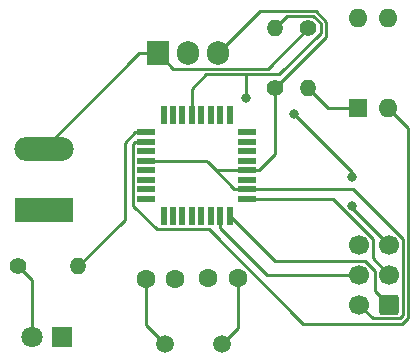
<source format=gbr>
%TF.GenerationSoftware,KiCad,Pcbnew,7.0.7*%
%TF.CreationDate,2023-09-16T19:14:59-07:00*%
%TF.ProjectId,IntroProjectFall2023,496e7472-6f50-4726-9f6a-65637446616c,rev?*%
%TF.SameCoordinates,Original*%
%TF.FileFunction,Copper,L1,Top*%
%TF.FilePolarity,Positive*%
%FSLAX46Y46*%
G04 Gerber Fmt 4.6, Leading zero omitted, Abs format (unit mm)*
G04 Created by KiCad (PCBNEW 7.0.7) date 2023-09-16 19:14:59*
%MOMM*%
%LPD*%
G01*
G04 APERTURE LIST*
G04 Aperture macros list*
%AMRoundRect*
0 Rectangle with rounded corners*
0 $1 Rounding radius*
0 $2 $3 $4 $5 $6 $7 $8 $9 X,Y pos of 4 corners*
0 Add a 4 corners polygon primitive as box body*
4,1,4,$2,$3,$4,$5,$6,$7,$8,$9,$2,$3,0*
0 Add four circle primitives for the rounded corners*
1,1,$1+$1,$2,$3*
1,1,$1+$1,$4,$5*
1,1,$1+$1,$6,$7*
1,1,$1+$1,$8,$9*
0 Add four rect primitives between the rounded corners*
20,1,$1+$1,$2,$3,$4,$5,0*
20,1,$1+$1,$4,$5,$6,$7,0*
20,1,$1+$1,$6,$7,$8,$9,0*
20,1,$1+$1,$8,$9,$2,$3,0*%
G04 Aperture macros list end*
%TA.AperFunction,ComponentPad*%
%ADD10R,1.905000X2.000000*%
%TD*%
%TA.AperFunction,ComponentPad*%
%ADD11O,1.905000X2.000000*%
%TD*%
%TA.AperFunction,ComponentPad*%
%ADD12RoundRect,0.250000X0.600000X0.600000X-0.600000X0.600000X-0.600000X-0.600000X0.600000X-0.600000X0*%
%TD*%
%TA.AperFunction,ComponentPad*%
%ADD13C,1.700000*%
%TD*%
%TA.AperFunction,ComponentPad*%
%ADD14C,1.500000*%
%TD*%
%TA.AperFunction,ComponentPad*%
%ADD15R,1.600000X1.600000*%
%TD*%
%TA.AperFunction,ComponentPad*%
%ADD16O,1.600000X1.600000*%
%TD*%
%TA.AperFunction,SMDPad,CuDef*%
%ADD17R,1.600000X0.550000*%
%TD*%
%TA.AperFunction,SMDPad,CuDef*%
%ADD18R,0.550000X1.600000*%
%TD*%
%TA.AperFunction,ComponentPad*%
%ADD19C,1.400000*%
%TD*%
%TA.AperFunction,ComponentPad*%
%ADD20O,1.400000X1.400000*%
%TD*%
%TA.AperFunction,ComponentPad*%
%ADD21C,1.600000*%
%TD*%
%TA.AperFunction,ComponentPad*%
%ADD22R,5.020000X2.020000*%
%TD*%
%TA.AperFunction,ComponentPad*%
%ADD23O,5.020000X2.020000*%
%TD*%
%TA.AperFunction,ComponentPad*%
%ADD24R,1.800000X1.800000*%
%TD*%
%TA.AperFunction,ComponentPad*%
%ADD25C,1.800000*%
%TD*%
%TA.AperFunction,ViaPad*%
%ADD26C,0.800000*%
%TD*%
%TA.AperFunction,Conductor*%
%ADD27C,0.250000*%
%TD*%
G04 APERTURE END LIST*
D10*
%TO.P,U2,1,VI*%
%TO.N,Net-(U2-VI)*%
X150460000Y-81830000D03*
D11*
%TO.P,U2,2,GND*%
%TO.N,GND*%
X153000000Y-81830000D03*
%TO.P,U2,3,VO*%
%TO.N,+5V*%
X155540000Y-81830000D03*
%TD*%
D12*
%TO.P,J1,1,MISO*%
%TO.N,PB4_MISO*%
X170052500Y-103105000D03*
D13*
%TO.P,J1,2,VCC*%
%TO.N,+5V*%
X167512500Y-103105000D03*
%TO.P,J1,3,SCK*%
%TO.N,PB5_SCK*%
X170052500Y-100565000D03*
%TO.P,J1,4,MOSI*%
%TO.N,PB3_MOSI*%
X167512500Y-100565000D03*
%TO.P,J1,5,~{RST}*%
%TO.N,PC6_RESET*%
X170052500Y-98025000D03*
%TO.P,J1,6,GND*%
%TO.N,GND*%
X167512500Y-98025000D03*
%TD*%
D14*
%TO.P,Y1,1,1*%
%TO.N,XTAL_2*%
X155930000Y-106400000D03*
%TO.P,Y1,2,2*%
%TO.N,XTAL_1*%
X151050000Y-106400000D03*
%TD*%
D15*
%TO.P,SW1,1,1*%
%TO.N,Net-(R2-Pad2)*%
X167420000Y-86440000D03*
D16*
%TO.P,SW1,2,2*%
%TO.N,PD4_BUTTON*%
X169960000Y-86440000D03*
%TO.P,SW1,3,K*%
%TO.N,GND*%
X169960000Y-78820000D03*
%TO.P,SW1,4,A*%
X167420000Y-78820000D03*
%TD*%
D17*
%TO.P,U1,1,PD3*%
%TO.N,PD3_LedOUTPUT*%
X149500000Y-88530000D03*
%TO.P,U1,2,PD4*%
%TO.N,PD4_BUTTON*%
X149500000Y-89330000D03*
%TO.P,U1,3,GND*%
%TO.N,GND*%
X149500000Y-90130000D03*
%TO.P,U1,4,VCC*%
%TO.N,+5V*%
X149500000Y-90930000D03*
%TO.P,U1,5,GND*%
%TO.N,GND*%
X149500000Y-91730000D03*
%TO.P,U1,6,VCC*%
%TO.N,+5V*%
X149500000Y-92530000D03*
%TO.P,U1,7,XTAL1/PB6*%
%TO.N,XTAL_1*%
X149500000Y-93330000D03*
%TO.P,U1,8,XTAL2/PB7*%
%TO.N,XTAL_2*%
X149500000Y-94130000D03*
D18*
%TO.P,U1,9,PD5*%
%TO.N,unconnected-(U1-PD5-Pad9)*%
X150950000Y-95580000D03*
%TO.P,U1,10,PD6*%
%TO.N,unconnected-(U1-PD6-Pad10)*%
X151750000Y-95580000D03*
%TO.P,U1,11,PD7*%
%TO.N,unconnected-(U1-PD7-Pad11)*%
X152550000Y-95580000D03*
%TO.P,U1,12,PB0*%
%TO.N,unconnected-(U1-PB0-Pad12)*%
X153350000Y-95580000D03*
%TO.P,U1,13,PB1*%
%TO.N,unconnected-(U1-PB1-Pad13)*%
X154150000Y-95580000D03*
%TO.P,U1,14,PB2*%
%TO.N,unconnected-(U1-PB2-Pad14)*%
X154950000Y-95580000D03*
%TO.P,U1,15,PB3*%
%TO.N,PB3_MOSI*%
X155750000Y-95580000D03*
%TO.P,U1,16,PB4*%
%TO.N,PB4_MISO*%
X156550000Y-95580000D03*
D17*
%TO.P,U1,17,PB5*%
%TO.N,PB5_SCK*%
X158000000Y-94130000D03*
%TO.P,U1,18,AVCC*%
%TO.N,+5V*%
X158000000Y-93330000D03*
%TO.P,U1,19,ADC6*%
%TO.N,unconnected-(U1-ADC6-Pad19)*%
X158000000Y-92530000D03*
%TO.P,U1,20,AREF*%
%TO.N,+5V*%
X158000000Y-91730000D03*
%TO.P,U1,21,GND*%
%TO.N,GND*%
X158000000Y-90930000D03*
%TO.P,U1,22,ADC7*%
%TO.N,unconnected-(U1-ADC7-Pad22)*%
X158000000Y-90130000D03*
%TO.P,U1,23,PC0*%
%TO.N,unconnected-(U1-PC0-Pad23)*%
X158000000Y-89330000D03*
%TO.P,U1,24,PC1*%
%TO.N,unconnected-(U1-PC1-Pad24)*%
X158000000Y-88530000D03*
D18*
%TO.P,U1,25,PC2*%
%TO.N,unconnected-(U1-PC2-Pad25)*%
X156550000Y-87080000D03*
%TO.P,U1,26,PC3*%
%TO.N,unconnected-(U1-PC3-Pad26)*%
X155750000Y-87080000D03*
%TO.P,U1,27,PC4*%
%TO.N,unconnected-(U1-PC4-Pad27)*%
X154950000Y-87080000D03*
%TO.P,U1,28,PC5*%
%TO.N,unconnected-(U1-PC5-Pad28)*%
X154150000Y-87080000D03*
%TO.P,U1,29,~{RESET}/PC6*%
%TO.N,PC6_RESET*%
X153350000Y-87080000D03*
%TO.P,U1,30,PD0*%
%TO.N,unconnected-(U1-PD0-Pad30)*%
X152550000Y-87080000D03*
%TO.P,U1,31,PD1*%
%TO.N,unconnected-(U1-PD1-Pad31)*%
X151750000Y-87080000D03*
%TO.P,U1,32,PD2*%
%TO.N,unconnected-(U1-PD2-Pad32)*%
X150950000Y-87080000D03*
%TD*%
D19*
%TO.P,R3,1*%
%TO.N,Net-(D1-A)*%
X138650000Y-99860000D03*
D20*
%TO.P,R3,2*%
%TO.N,PD3_LedOUTPUT*%
X143730000Y-99860000D03*
%TD*%
D21*
%TO.P,C2,1*%
%TO.N,XTAL_2*%
X157240000Y-100820000D03*
%TO.P,C2,2*%
%TO.N,GND*%
X154740000Y-100820000D03*
%TD*%
D22*
%TO.P,J2,1*%
%TO.N,GND*%
X140790000Y-95090000D03*
D23*
%TO.P,J2,2*%
%TO.N,Net-(U2-VI)*%
X140790000Y-89910000D03*
%TD*%
D21*
%TO.P,C1,1*%
%TO.N,GND*%
X151960000Y-100950000D03*
%TO.P,C1,2*%
%TO.N,XTAL_1*%
X149460000Y-100950000D03*
%TD*%
D24*
%TO.P,D1,1,K*%
%TO.N,GND*%
X142335000Y-105840000D03*
D25*
%TO.P,D1,2,A*%
%TO.N,Net-(D1-A)*%
X139795000Y-105840000D03*
%TD*%
D19*
%TO.P,R2,1*%
%TO.N,Net-(U2-VI)*%
X163220000Y-79710000D03*
D20*
%TO.P,R2,2*%
%TO.N,Net-(R2-Pad2)*%
X163220000Y-84790000D03*
%TD*%
D19*
%TO.P,R1,1*%
%TO.N,+5V*%
X160420000Y-84760000D03*
D20*
%TO.P,R1,2*%
%TO.N,PC6_RESET*%
X160420000Y-79680000D03*
%TD*%
D26*
%TO.N,PC6_RESET*%
X157910000Y-85580000D03*
X161990000Y-86960000D03*
X166911900Y-94738100D03*
X166940000Y-92330000D03*
%TD*%
D27*
%TO.N,PC6_RESET*%
X157910000Y-83700000D02*
X157990000Y-83620000D01*
X157910000Y-85580000D02*
X157910000Y-83700000D01*
X157990000Y-83620000D02*
X154545000Y-83620000D01*
X160759569Y-83620000D02*
X157990000Y-83620000D01*
X166940000Y-91910000D02*
X161990000Y-86960000D01*
X166940000Y-92330000D02*
X166940000Y-91910000D01*
X166911900Y-94884400D02*
X166911900Y-94738100D01*
X170052500Y-98025000D02*
X166911900Y-94884400D01*
%TO.N,XTAL_1*%
X149460000Y-100950000D02*
X149460000Y-104810000D01*
X149460000Y-104810000D02*
X151050000Y-106400000D01*
%TO.N,XTAL_2*%
X157240000Y-105090000D02*
X155930000Y-106400000D01*
X157240000Y-100820000D02*
X157240000Y-105090000D01*
%TO.N,Net-(D1-A)*%
X139795000Y-105840000D02*
X139795000Y-101005000D01*
X139795000Y-101005000D02*
X138650000Y-99860000D01*
%TO.N,PB4_MISO*%
X156550000Y-95580000D02*
X160360000Y-99390000D01*
X167999201Y-99390000D02*
X168860000Y-100250799D01*
X168860000Y-101912500D02*
X170052500Y-103105000D01*
X160360000Y-99390000D02*
X167999201Y-99390000D01*
X168860000Y-100250799D02*
X168860000Y-101912500D01*
%TO.N,+5V*%
X155350000Y-91730000D02*
X154680000Y-91060000D01*
X158000000Y-93330000D02*
X156950000Y-93330000D01*
X159135000Y-78235000D02*
X163830965Y-78235000D01*
X159050000Y-91730000D02*
X158000000Y-91730000D01*
X158000000Y-91730000D02*
X155350000Y-91730000D01*
X160420000Y-90360000D02*
X159050000Y-91730000D01*
X154680000Y-91060000D02*
X154550000Y-90930000D01*
X154550000Y-90930000D02*
X149500000Y-90930000D01*
X164740000Y-80440000D02*
X160420000Y-84760000D01*
X160420000Y-84760000D02*
X160420000Y-90360000D01*
X168687500Y-104280000D02*
X170960000Y-104280000D01*
X163830965Y-78235000D02*
X164740000Y-79144035D01*
X167019201Y-93330000D02*
X158000000Y-93330000D01*
X171230000Y-97540799D02*
X167019201Y-93330000D01*
X171230000Y-104010000D02*
X171230000Y-97540799D01*
X164740000Y-79144035D02*
X164740000Y-80440000D01*
X167512500Y-103105000D02*
X168687500Y-104280000D01*
X170960000Y-104280000D02*
X171230000Y-104010000D01*
X156950000Y-93330000D02*
X154680000Y-91060000D01*
X155540000Y-81830000D02*
X159135000Y-78235000D01*
%TO.N,PB5_SCK*%
X170052500Y-100565000D02*
X168687500Y-99200000D01*
X168687500Y-97538299D02*
X165279201Y-94130000D01*
X165279201Y-94130000D02*
X158000000Y-94130000D01*
X168687500Y-99200000D02*
X168687500Y-97538299D01*
%TO.N,PB3_MOSI*%
X155750000Y-96630000D02*
X159685000Y-100565000D01*
X159685000Y-100565000D02*
X167512500Y-100565000D01*
X155750000Y-95580000D02*
X155750000Y-96630000D01*
%TO.N,PC6_RESET*%
X160420000Y-79680000D02*
X161415000Y-78685000D01*
X164245000Y-80134569D02*
X160759569Y-83620000D01*
X161415000Y-78685000D02*
X163644569Y-78685000D01*
X154545000Y-83620000D02*
X153350000Y-84815000D01*
X164245000Y-79285431D02*
X164245000Y-80134569D01*
X153350000Y-84815000D02*
X153350000Y-87080000D01*
X163644569Y-78685000D02*
X164245000Y-79285431D01*
%TO.N,Net-(U2-VI)*%
X163220000Y-79710000D02*
X159775000Y-83155000D01*
X159775000Y-83155000D02*
X151785000Y-83155000D01*
X150460000Y-81830000D02*
X148870000Y-81830000D01*
X148870000Y-81830000D02*
X140790000Y-89910000D01*
X151785000Y-83155000D02*
X150460000Y-81830000D01*
%TO.N,Net-(R2-Pad2)*%
X164870000Y-86440000D02*
X163220000Y-84790000D01*
X167420000Y-86440000D02*
X164870000Y-86440000D01*
%TO.N,PD3_LedOUTPUT*%
X147660000Y-89445000D02*
X148575000Y-88530000D01*
X147660000Y-95930000D02*
X147660000Y-89445000D01*
X148575000Y-88530000D02*
X149500000Y-88530000D01*
X143730000Y-99860000D02*
X147660000Y-95930000D01*
%TO.N,PD4_BUTTON*%
X169960000Y-86440000D02*
X171680000Y-88160000D01*
X148575000Y-89330000D02*
X149500000Y-89330000D01*
X171680000Y-88160000D02*
X171680000Y-104196396D01*
X154780000Y-96730000D02*
X150375000Y-96730000D01*
X148375000Y-89530000D02*
X148575000Y-89330000D01*
X171146396Y-104730000D02*
X162780000Y-104730000D01*
X148375000Y-94730000D02*
X148375000Y-89530000D01*
X171680000Y-104196396D02*
X171146396Y-104730000D01*
X150375000Y-96730000D02*
X148375000Y-94730000D01*
X162780000Y-104730000D02*
X154780000Y-96730000D01*
%TD*%
M02*

</source>
